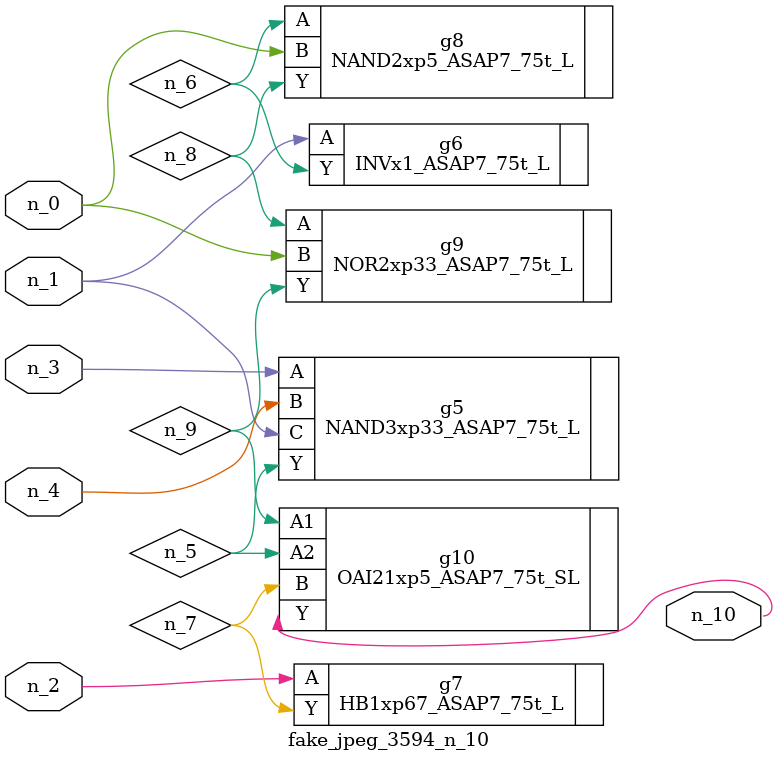
<source format=v>
module fake_jpeg_3594_n_10 (n_3, n_2, n_1, n_0, n_4, n_10);

input n_3;
input n_2;
input n_1;
input n_0;
input n_4;

output n_10;

wire n_8;
wire n_9;
wire n_6;
wire n_5;
wire n_7;

NAND3xp33_ASAP7_75t_L g5 ( 
.A(n_3),
.B(n_4),
.C(n_1),
.Y(n_5)
);

INVx1_ASAP7_75t_L g6 ( 
.A(n_1),
.Y(n_6)
);

HB1xp67_ASAP7_75t_L g7 ( 
.A(n_2),
.Y(n_7)
);

NAND2xp5_ASAP7_75t_L g8 ( 
.A(n_6),
.B(n_0),
.Y(n_8)
);

NOR2xp33_ASAP7_75t_L g9 ( 
.A(n_8),
.B(n_0),
.Y(n_9)
);

OAI21xp5_ASAP7_75t_SL g10 ( 
.A1(n_9),
.A2(n_5),
.B(n_7),
.Y(n_10)
);


endmodule
</source>
